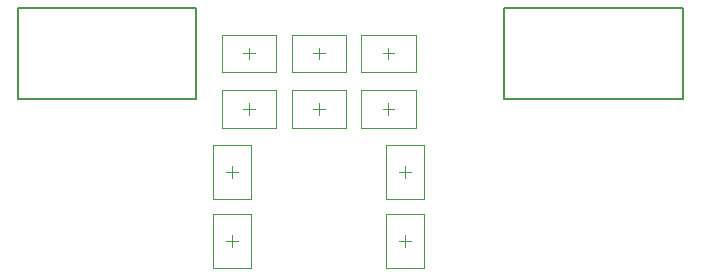
<source format=gbr>
%TF.GenerationSoftware,Altium Limited,Altium Designer,20.0.10 (225)*%
G04 Layer_Color=32768*
%FSLAX26Y26*%
%MOIN*%
%TF.FileFunction,Other,Top_Courtyard*%
%TF.Part,Single*%
G01*
G75*
%TA.AperFunction,NonConductor*%
%ADD19C,0.007874*%
%ADD22C,0.003937*%
%ADD24C,0.001968*%
D19*
X3592716Y2517122D02*
Y2821453D01*
X2997835Y2517122D02*
X3592716D01*
X2997835D02*
Y2821453D01*
X3592716D01*
X1375787Y2517122D02*
Y2821453D01*
X1970669D01*
Y2517122D02*
Y2821453D01*
X1375787Y2517122D02*
X1970669D01*
D22*
X2645315Y2274287D02*
X2684685D01*
X2665000Y2254602D02*
Y2293972D01*
X2645315Y2044287D02*
X2684685D01*
X2665000Y2024602D02*
Y2063972D01*
X2070315Y2044287D02*
X2109685D01*
X2090000Y2024602D02*
Y2063972D01*
X2070315Y2274287D02*
X2109685D01*
X2090000Y2254602D02*
Y2293972D01*
X2611102Y2649602D02*
Y2688972D01*
X2591417Y2669287D02*
X2630787D01*
X2611102Y2464602D02*
Y2503972D01*
X2591417Y2484287D02*
X2630787D01*
X2378602Y2464602D02*
Y2503972D01*
X2358917Y2484287D02*
X2398287D01*
X2378602Y2649602D02*
Y2688972D01*
X2358917Y2669287D02*
X2398287D01*
X2146102Y2464602D02*
Y2503972D01*
X2126417Y2484287D02*
X2165787D01*
X2146102Y2649602D02*
Y2688972D01*
X2126417Y2669287D02*
X2165787D01*
D24*
X2727992Y2183736D02*
Y2364839D01*
X2602008Y2183736D02*
Y2364839D01*
X2727992D01*
X2602008Y2183736D02*
X2727992D01*
Y1953736D02*
Y2134839D01*
X2602008Y1953736D02*
Y2134839D01*
X2727992D01*
X2602008Y1953736D02*
X2727992D01*
X2152992D02*
Y2134839D01*
X2027008Y1953736D02*
Y2134839D01*
X2152992D01*
X2027008Y1953736D02*
X2152992D01*
Y2183736D02*
Y2364839D01*
X2027008Y2183736D02*
Y2364839D01*
X2152992D01*
X2027008Y2183736D02*
X2152992D01*
X2520551Y2606295D02*
X2701653D01*
X2520551Y2732280D02*
X2701653D01*
Y2606295D02*
Y2732280D01*
X2520551Y2606295D02*
Y2732280D01*
Y2421295D02*
X2701653D01*
X2520551Y2547280D02*
X2701653D01*
Y2421295D02*
Y2547280D01*
X2520551Y2421295D02*
Y2547280D01*
X2288051Y2421295D02*
X2469153D01*
X2288051Y2547280D02*
X2469153D01*
Y2421295D02*
Y2547280D01*
X2288051Y2421295D02*
Y2547280D01*
Y2606295D02*
X2469153D01*
X2288051Y2732280D02*
X2469153D01*
Y2606295D02*
Y2732280D01*
X2288051Y2606295D02*
Y2732280D01*
X2055551Y2421295D02*
X2236653D01*
X2055551Y2547280D02*
X2236653D01*
Y2421295D02*
Y2547280D01*
X2055551Y2421295D02*
Y2547280D01*
Y2606295D02*
X2236653D01*
X2055551Y2732280D02*
X2236653D01*
Y2606295D02*
Y2732280D01*
X2055551Y2606295D02*
Y2732280D01*
%TF.MD5,e561fb7317c6896d949c5be43ffa9717*%
M02*

</source>
